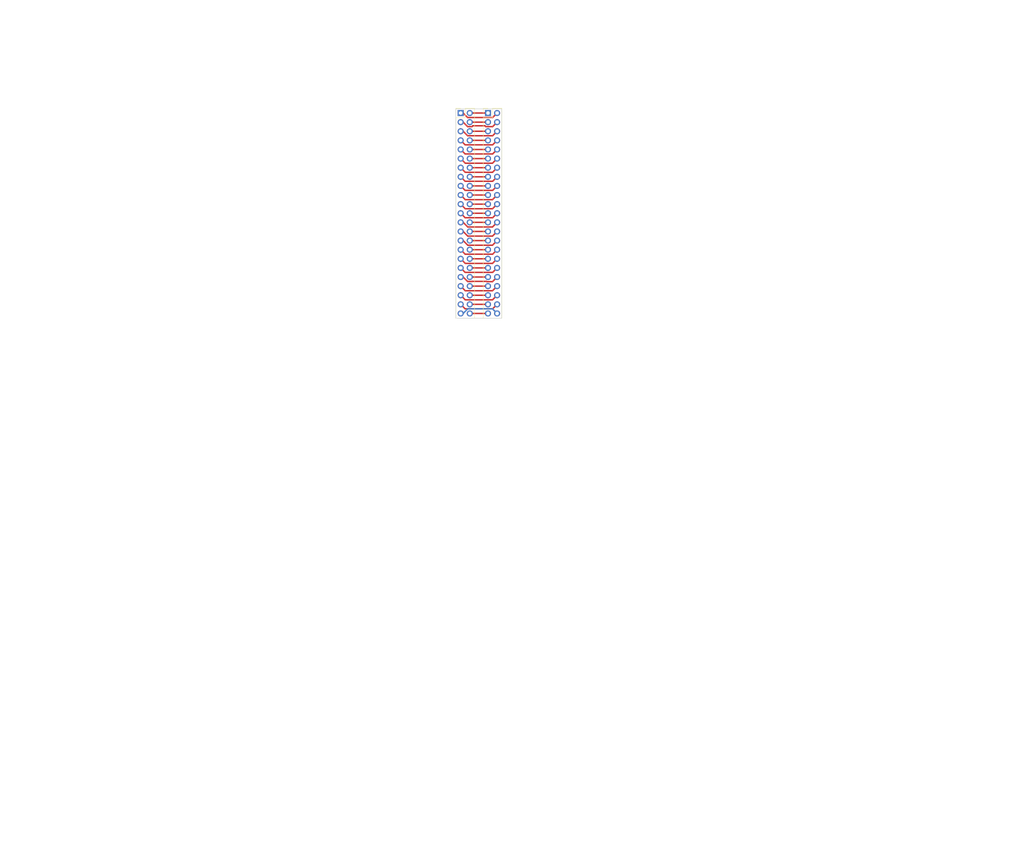
<source format=kicad_pcb>
(kicad_pcb (version 20221018) (generator pcbnew)
  (title_block (title "QBone Quad Height Flip Chip ") (date "2020-06-03") (rev "V1.0") (company "retrocmp.com") (comment 1 "Joerg Hoppe"))
  (layers (0 "F.Cu" signal) (31 "B.Cu" signal) (35 "F.Paste" user) (37 "F.SilkS" user "F.Silkscreen") (38 "B.Mask" user) (39 "F.Mask" user) (44 "Edge.Cuts" user))
  (net 0 "")
  (net 1 "/MIRROR_P8_46")
  (net 2 "/MIRROR_P8_45")
  (net 3 "/MIRROR_P8_44")
  (net 4 "/MIRROR_P8_43")
  (net 5 "/MIRROR_P8_42")
  (net 6 "/MIRROR_P8_41")
  (net 7 "/MIRROR_P8_40")
  (net 8 "/MIRROR_P8_39")
  (net 9 "/MIRROR_P8_38")
  (net 10 "/MIRROR_P8_37")
  (net 11 "/MIRROR_P8_36")
  (net 12 "/MIRROR_P8_35")
  (net 13 "/MIRROR_P8_34")
  (net 14 "/MIRROR_P8_33")
  (net 15 "/MIRROR_P8_32")
  (net 16 "/MIRROR_P8_31")
  (net 17 "/MIRROR_P8_30")
  (net 18 "/MIRROR_P8_29")
  (net 19 "/MIRROR_P8_28")
  (net 20 "/MIRROR_P8_27")
  (net 21 "/MIRROR_P8_26")
  (net 22 "/MIRROR_P8_25")
  (net 23 "/MIRROR_P8_24")
  (net 24 "/MIRROR_P8_23")
  (net 25 "/MIRROR_P8_22")
  (net 26 "/MIRROR_P8_21")
  (net 27 "/MIRROR_P8_20")
  (net 28 "/MIRROR_P8_19")
  (net 29 "/MIRROR_P8_18")
  (net 30 "/MIRROR_P8_17")
  (net 31 "/MIRROR_P8_16")
  (net 32 "/MIRROR_P8_15")
  (net 33 "/MIRROR_P8_14")
  (net 34 "/MIRROR_P8_13")
  (net 35 "/MIRROR_P8_12")
  (net 36 "/MIRROR_P8_11")
  (net 37 "/MIRROR_P8_10")
  (net 38 "/MIRROR_P8_9")
  (net 39 "/MIRROR_P8_8")
  (net 40 "/MIRROR_P8_7")
  (net 41 "/MIRROR_P8_6")
  (net 42 "/MIRROR_P8_5")
  (net 43 "/MIRROR_P8_4")
  (net 44 "/MIRROR_P8_3")
  (net 45 "/MIRROR_P8_2")
  (net 46 "/MIRROR_P8_1")
  (footprint "Connector_PinHeader_2.54mm:PinHeader_2x23_P2.54mm_Vertical" (layer "F.Cu") (at 140.97 64.389)
    (fp_text reference "J1" hide)
    (fp_text value "MIRROR-MALE-P8")
    (fp_line (start -1.33 -1.33) (end 0 -1.33) (stroke (width 0.12)) (layer "F.SilkS"))
    (fp_line (start -1.33 0) (end -1.33 -1.33) (stroke (width 0.12)) (layer "F.SilkS"))
    (fp_line (start -1.33 1.27) (end -1.33 57.21) (stroke (width 0.12)) (layer "F.SilkS"))
    (fp_line (start -1.33 1.27) (end 1.27 1.27) (stroke (width 0.12)) (layer "F.SilkS"))
    (fp_line (start -1.33 57.21) (end 3.87 57.21) (stroke (width 0.12)) (layer "F.SilkS"))
    (fp_line (start 1.27 -1.33) (end 3.87 -1.33) (stroke (width 0.12)) (layer "F.SilkS"))
    (fp_line (start 1.27 1.27) (end 1.27 -1.33) (stroke (width 0.12)) (layer "F.SilkS"))
    (fp_line (start 3.87 -1.33) (end 3.87 57.21) (stroke (width 0.12)) (layer "F.SilkS"))
    (pad "1" thru_hole rect (at 0 0) (size 1.7 1.7) (drill 1) (layers "*.Cu" "*.Mask") (net 46 "/MIRROR_P8_1"))
    (pad "2" thru_hole oval (at 2.54 0) (size 1.7 1.7) (drill 1) (layers "*.Cu" "*.Mask") (net 45 "/MIRROR_P8_2"))
    (pad "3" thru_hole oval (at 0 2.54) (size 1.7 1.7) (drill 1) (layers "*.Cu" "*.Mask") (net 44 "/MIRROR_P8_3"))
    (pad "4" thru_hole oval (at 2.54 2.54) (size 1.7 1.7) (drill 1) (layers "*.Cu" "*.Mask") (net 43 "/MIRROR_P8_4"))
    (pad "5" thru_hole oval (at 0 5.08) (size 1.7 1.7) (drill 1) (layers "*.Cu" "*.Mask") (net 42 "/MIRROR_P8_5"))
    (pad "6" thru_hole oval (at 2.54 5.08) (size 1.7 1.7) (drill 1) (layers "*.Cu" "*.Mask") (net 41 "/MIRROR_P8_6"))
    (pad "7" thru_hole oval (at 0 7.62) (size 1.7 1.7) (drill 1) (layers "*.Cu" "*.Mask") (net 40 "/MIRROR_P8_7"))
    (pad "8" thru_hole oval (at 2.54 7.62) (size 1.7 1.7) (drill 1) (layers "*.Cu" "*.Mask") (net 39 "/MIRROR_P8_8"))
    (pad "9" thru_hole oval (at 0 10.16) (size 1.7 1.7) (drill 1) (layers "*.Cu" "*.Mask") (net 38 "/MIRROR_P8_9"))
    (pad "10" thru_hole oval (at 2.54 10.16) (size 1.7 1.7) (drill 1) (layers "*.Cu" "*.Mask") (net 37 "/MIRROR_P8_10"))
    (pad "11" thru_hole oval (at 0 12.7) (size 1.7 1.7) (drill 1) (layers "*.Cu" "*.Mask") (net 36 "/MIRROR_P8_11"))
    (pad "12" thru_hole oval (at 2.54 12.7) (size 1.7 1.7) (drill 1) (layers "*.Cu" "*.Mask") (net 35 "/MIRROR_P8_12"))
    (pad "13" thru_hole oval (at 0 15.24) (size 1.7 1.7) (drill 1) (layers "*.Cu" "*.Mask") (net 34 "/MIRROR_P8_13"))
    (pad "14" thru_hole oval (at 2.54 15.24) (size 1.7 1.7) (drill 1) (layers "*.Cu" "*.Mask") (net 33 "/MIRROR_P8_14"))
    (pad "15" thru_hole oval (at 0 17.78) (size 1.7 1.7) (drill 1) (layers "*.Cu" "*.Mask") (net 32 "/MIRROR_P8_15"))
    (pad "16" thru_hole oval (at 2.54 17.78) (size 1.7 1.7) (drill 1) (layers "*.Cu" "*.Mask") (net 31 "/MIRROR_P8_16"))
    (pad "17" thru_hole oval (at 0 20.32) (size 1.7 1.7) (drill 1) (layers "*.Cu" "*.Mask") (net 30 "/MIRROR_P8_17"))
    (pad "18" thru_hole oval (at 2.54 20.32) (size 1.7 1.7) (drill 1) (layers "*.Cu" "*.Mask") (net 29 "/MIRROR_P8_18"))
    (pad "19" thru_hole oval (at 0 22.86) (size 1.7 1.7) (drill 1) (layers "*.Cu" "*.Mask") (net 28 "/MIRROR_P8_19"))
    (pad "20" thru_hole oval (at 2.54 22.86) (size 1.7 1.7) (drill 1) (layers "*.Cu" "*.Mask") (net 27 "/MIRROR_P8_20"))
    (pad "21" thru_hole oval (at 0 25.4) (size 1.7 1.7) (drill 1) (layers "*.Cu" "*.Mask") (net 26 "/MIRROR_P8_21"))
    (pad "22" thru_hole oval (at 2.54 25.4) (size 1.7 1.7) (drill 1) (layers "*.Cu" "*.Mask") (net 25 "/MIRROR_P8_22"))
    (pad "23" thru_hole oval (at 0 27.94) (size 1.7 1.7) (drill 1) (layers "*.Cu" "*.Mask") (net 24 "/MIRROR_P8_23"))
    (pad "24" thru_hole oval (at 2.54 27.94) (size 1.7 1.7) (drill 1) (layers "*.Cu" "*.Mask") (net 23 "/MIRROR_P8_24"))
    (pad "25" thru_hole oval (at 0 30.48) (size 1.7 1.7) (drill 1) (layers "*.Cu" "*.Mask") (net 22 "/MIRROR_P8_25"))
    (pad "26" thru_hole oval (at 2.54 30.48) (size 1.7 1.7) (drill 1) (layers "*.Cu" "*.Mask") (net 21 "/MIRROR_P8_26"))
    (pad "27" thru_hole oval (at 0 33.02) (size 1.7 1.7) (drill 1) (layers "*.Cu" "*.Mask") (net 20 "/MIRROR_P8_27"))
    (pad "28" thru_hole oval (at 2.54 33.02) (size 1.7 1.7) (drill 1) (layers "*.Cu" "*.Mask") (net 19 "/MIRROR_P8_28"))
    (pad "29" thru_hole oval (at 0 35.56) (size 1.7 1.7) (drill 1) (layers "*.Cu" "*.Mask") (net 18 "/MIRROR_P8_29"))
    (pad "30" thru_hole oval (at 2.54 35.56) (size 1.7 1.7) (drill 1) (layers "*.Cu" "*.Mask") (net 17 "/MIRROR_P8_30"))
    (pad "31" thru_hole oval (at 0 38.1) (size 1.7 1.7) (drill 1) (layers "*.Cu" "*.Mask") (net 16 "/MIRROR_P8_31"))
    (pad "32" thru_hole oval (at 2.54 38.1) (size 1.7 1.7) (drill 1) (layers "*.Cu" "*.Mask") (net 15 "/MIRROR_P8_32"))
    (pad "33" thru_hole oval (at 0 40.64) (size 1.7 1.7) (drill 1) (layers "*.Cu" "*.Mask") (net 14 "/MIRROR_P8_33"))
    (pad "34" thru_hole oval (at 2.54 40.64) (size 1.7 1.7) (drill 1) (layers "*.Cu" "*.Mask") (net 13 "/MIRROR_P8_34"))
    (pad "35" thru_hole oval (at 0 43.18) (size 1.7 1.7) (drill 1) (layers "*.Cu" "*.Mask") (net 12 "/MIRROR_P8_35"))
    (pad "36" thru_hole oval (at 2.54 43.18) (size 1.7 1.7) (drill 1) (layers "*.Cu" "*.Mask") (net 11 "/MIRROR_P8_36"))
    (pad "37" thru_hole oval (at 0 45.72) (size 1.7 1.7) (drill 1) (layers "*.Cu" "*.Mask") (net 10 "/MIRROR_P8_37"))
    (pad "38" thru_hole oval (at 2.54 45.72) (size 1.7 1.7) (drill 1) (layers "*.Cu" "*.Mask") (net 9 "/MIRROR_P8_38"))
    (pad "39" thru_hole oval (at 0 48.26) (size 1.7 1.7) (drill 1) (layers "*.Cu" "*.Mask") (net 8 "/MIRROR_P8_39"))
    (pad "40" thru_hole oval (at 2.54 48.26) (size 1.7 1.7) (drill 1) (layers "*.Cu" "*.Mask") (net 7 "/MIRROR_P8_40"))
    (pad "41" thru_hole oval (at 0 50.8) (size 1.7 1.7) (drill 1) (layers "*.Cu" "*.Mask") (net 6 "/MIRROR_P8_41"))
    (pad "42" thru_hole oval (at 2.54 50.8) (size 1.7 1.7) (drill 1) (layers "*.Cu" "*.Mask") (net 5 "/MIRROR_P8_42"))
    (pad "43" thru_hole oval (at 0 53.34) (size 1.7 1.7) (drill 1) (layers "*.Cu" "*.Mask") (net 4 "/MIRROR_P8_43"))
    (pad "44" thru_hole oval (at 2.54 53.34) (size 1.7 1.7) (drill 1) (layers "*.Cu" "*.Mask") (net 3 "/MIRROR_P8_44"))
    (pad "45" thru_hole oval (at 0 55.88) (size 1.7 1.7) (drill 1) (layers "*.Cu" "*.Mask") (net 2 "/MIRROR_P8_45"))
    (pad "46" thru_hole oval (at 2.54 55.88) (size 1.7 1.7) (drill 1) (layers "*.Cu" "*.Mask") (net 1 "/MIRROR_P8_46"))
  )
  (footprint "Connector_PinHeader_2.54mm:PinHeader_2x23_P2.54mm_Vertical" (layer "F.Cu") (at 148.59 64.389)
    (fp_text reference "J2" hide)
    (fp_text value "MIRROR-FEMALE-P8")
    (fp_line (start -1.33 -1.33) (end 0 -1.33) (stroke (width 0.12)) (layer "F.SilkS"))
    (fp_line (start -1.33 0) (end -1.33 -1.33) (stroke (width 0.12)) (layer "F.SilkS"))
    (fp_line (start -1.33 1.27) (end -1.33 57.21) (stroke (width 0.12)) (layer "F.SilkS"))
    (fp_line (start -1.33 1.27) (end 1.27 1.27) (stroke (width 0.12)) (layer "F.SilkS"))
    (fp_line (start -1.33 57.21) (end 3.87 57.21) (stroke (width 0.12)) (layer "F.SilkS"))
    (fp_line (start 1.27 -1.33) (end 3.87 -1.33) (stroke (width 0.12)) (layer "F.SilkS"))
    (fp_line (start 1.27 1.27) (end 1.27 -1.33) (stroke (width 0.12)) (layer "F.SilkS"))
    (fp_line (start 3.87 -1.33) (end 3.87 57.21) (stroke (width 0.12)) (layer "F.SilkS"))
    (pad "1" thru_hole rect (at 0 0) (size 1.7 1.7) (drill 1) (layers "*.Cu" "*.Mask") (net 45 "/MIRROR_P8_2"))
    (pad "2" thru_hole oval (at 2.54 0) (size 1.7 1.7) (drill 1) (layers "*.Cu" "*.Mask") (net 46 "/MIRROR_P8_1"))
    (pad "3" thru_hole oval (at 0 2.54) (size 1.7 1.7) (drill 1) (layers "*.Cu" "*.Mask") (net 43 "/MIRROR_P8_4"))
    (pad "4" thru_hole oval (at 2.54 2.54) (size 1.7 1.7) (drill 1) (layers "*.Cu" "*.Mask") (net 44 "/MIRROR_P8_3"))
    (pad "5" thru_hole oval (at 0 5.08) (size 1.7 1.7) (drill 1) (layers "*.Cu" "*.Mask") (net 41 "/MIRROR_P8_6"))
    (pad "6" thru_hole oval (at 2.54 5.08) (size 1.7 1.7) (drill 1) (layers "*.Cu" "*.Mask") (net 42 "/MIRROR_P8_5"))
    (pad "7" thru_hole oval (at 0 7.62) (size 1.7 1.7) (drill 1) (layers "*.Cu" "*.Mask") (net 39 "/MIRROR_P8_8"))
    (pad "8" thru_hole oval (at 2.54 7.62) (size 1.7 1.7) (drill 1) (layers "*.Cu" "*.Mask") (net 40 "/MIRROR_P8_7"))
    (pad "9" thru_hole oval (at 0 10.16) (size 1.7 1.7) (drill 1) (layers "*.Cu" "*.Mask") (net 37 "/MIRROR_P8_10"))
    (pad "10" thru_hole oval (at 2.54 10.16) (size 1.7 1.7) (drill 1) (layers "*.Cu" "*.Mask") (net 38 "/MIRROR_P8_9"))
    (pad "11" thru_hole oval (at 0 12.7) (size 1.7 1.7) (drill 1) (layers "*.Cu" "*.Mask") (net 35 "/MIRROR_P8_12"))
    (pad "12" thru_hole oval (at 2.54 12.7) (size 1.7 1.7) (drill 1) (layers "*.Cu" "*.Mask") (net 36 "/MIRROR_P8_11"))
    (pad "13" thru_hole oval (at 0 15.24) (size 1.7 1.7) (drill 1) (layers "*.Cu" "*.Mask") (net 33 "/MIRROR_P8_14"))
    (pad "14" thru_hole oval (at 2.54 15.24) (size 1.7 1.7) (drill 1) (layers "*.Cu" "*.Mask") (net 34 "/MIRROR_P8_13"))
    (pad "15" thru_hole oval (at 0 17.78) (size 1.7 1.7) (drill 1) (layers "*.Cu" "*.Mask") (net 31 "/MIRROR_P8_16"))
    (pad "16" thru_hole oval (at 2.54 17.78) (size 1.7 1.7) (drill 1) (layers "*.Cu" "*.Mask") (net 32 "/MIRROR_P8_15"))
    (pad "17" thru_hole oval (at 0 20.32) (size 1.7 1.7) (drill 1) (layers "*.Cu" "*.Mask") (net 29 "/MIRROR_P8_18"))
    (pad "18" thru_hole oval (at 2.54 20.32) (size 1.7 1.7) (drill 1) (layers "*.Cu" "*.Mask") (net 30 "/MIRROR_P8_17"))
    (pad "19" thru_hole oval (at 0 22.86) (size 1.7 1.7) (drill 1) (layers "*.Cu" "*.Mask") (net 27 "/MIRROR_P8_20"))
    (pad "20" thru_hole oval (at 2.54 22.86) (size 1.7 1.7) (drill 1) (layers "*.Cu" "*.Mask") (net 28 "/MIRROR_P8_19"))
    (pad "21" thru_hole oval (at 0 25.4) (size 1.7 1.7) (drill 1) (layers "*.Cu" "*.Mask") (net 25 "/MIRROR_P8_22"))
    (pad "22" thru_hole oval (at 2.54 25.4) (size 1.7 1.7) (drill 1) (layers "*.Cu" "*.Mask") (net 26 "/MIRROR_P8_21"))
    (pad "23" thru_hole oval (at 0 27.94) (size 1.7 1.7) (drill 1) (layers "*.Cu" "*.Mask") (net 23 "/MIRROR_P8_24"))
    (pad "24" thru_hole oval (at 2.54 27.94) (size 1.7 1.7) (drill 1) (layers "*.Cu" "*.Mask") (net 24 "/MIRROR_P8_23"))
    (pad "25" thru_hole oval (at 0 30.48) (size 1.7 1.7) (drill 1) (layers "*.Cu" "*.Mask") (net 21 "/MIRROR_P8_26"))
    (pad "26" thru_hole oval (at 2.54 30.48) (size 1.7 1.7) (drill 1) (layers "*.Cu" "*.Mask") (net 22 "/MIRROR_P8_25"))
    (pad "27" thru_hole oval (at 0 33.02) (size 1.7 1.7) (drill 1) (layers "*.Cu" "*.Mask") (net 19 "/MIRROR_P8_28"))
    (pad "28" thru_hole oval (at 2.54 33.02) (size 1.7 1.7) (drill 1) (layers "*.Cu" "*.Mask") (net 20 "/MIRROR_P8_27"))
    (pad "29" thru_hole oval (at 0 35.56) (size 1.7 1.7) (drill 1) (layers "*.Cu" "*.Mask") (net 17 "/MIRROR_P8_30"))
    (pad "30" thru_hole oval (at 2.54 35.56) (size 1.7 1.7) (drill 1) (layers "*.Cu" "*.Mask") (net 18 "/MIRROR_P8_29"))
    (pad "31" thru_hole oval (at 0 38.1) (size 1.7 1.7) (drill 1) (layers "*.Cu" "*.Mask") (net 15 "/MIRROR_P8_32"))
    (pad "32" thru_hole oval (at 2.54 38.1) (size 1.7 1.7) (drill 1) (layers "*.Cu" "*.Mask") (net 16 "/MIRROR_P8_31"))
    (pad "33" thru_hole oval (at 0 40.64) (size 1.7 1.7) (drill 1) (layers "*.Cu" "*.Mask") (net 13 "/MIRROR_P8_34"))
    (pad "34" thru_hole oval (at 2.54 40.64) (size 1.7 1.7) (drill 1) (layers "*.Cu" "*.Mask") (net 14 "/MIRROR_P8_33"))
    (pad "35" thru_hole oval (at 0 43.18) (size 1.7 1.7) (drill 1) (layers "*.Cu" "*.Mask") (net 11 "/MIRROR_P8_36"))
    (pad "36" thru_hole oval (at 2.54 43.18) (size 1.7 1.7) (drill 1) (layers "*.Cu" "*.Mask") (net 12 "/MIRROR_P8_35"))
    (pad "37" thru_hole oval (at 0 45.72) (size 1.7 1.7) (drill 1) (layers "*.Cu" "*.Mask") (net 9 "/MIRROR_P8_38"))
    (pad "38" thru_hole oval (at 2.54 45.72) (size 1.7 1.7) (drill 1) (layers "*.Cu" "*.Mask") (net 10 "/MIRROR_P8_37"))
    (pad "39" thru_hole oval (at 0 48.26) (size 1.7 1.7) (drill 1) (layers "*.Cu" "*.Mask") (net 7 "/MIRROR_P8_40"))
    (pad "40" thru_hole oval (at 2.54 48.26) (size 1.7 1.7) (drill 1) (layers "*.Cu" "*.Mask") (net 8 "/MIRROR_P8_39"))
    (pad "41" thru_hole oval (at 0 50.8) (size 1.7 1.7) (drill 1) (layers "*.Cu" "*.Mask") (net 5 "/MIRROR_P8_42"))
    (pad "42" thru_hole oval (at 2.54 50.8) (size 1.7 1.7) (drill 1) (layers "*.Cu" "*.Mask") (net 6 "/MIRROR_P8_41"))
    (pad "43" thru_hole oval (at 0 53.34) (size 1.7 1.7) (drill 1) (layers "*.Cu" "*.Mask") (net 3 "/MIRROR_P8_44"))
    (pad "44" thru_hole oval (at 2.54 53.34) (size 1.7 1.7) (drill 1) (layers "*.Cu" "*.Mask") (net 4 "/MIRROR_P8_43"))
    (pad "45" thru_hole oval (at 0 55.88) (size 1.7 1.7) (drill 1) (layers "*.Cu" "*.Mask") (net 1 "/MIRROR_P8_46"))
    (pad "46" thru_hole oval (at 2.54 55.88) (size 1.7 1.7) (drill 1) (layers "*.Cu" "*.Mask") (net 2 "/MIRROR_P8_45"))
  )
  (gr_line (start 139.608 63.23) (end 152.4 63.23) (stroke (width 0.1524)) (layer "Edge.Cuts"))
  (gr_line (start 152.4 63.23) (end 152.4 121.6) (stroke (width 0.1524)) (layer "Edge.Cuts"))
  (gr_line (start 152.4 121.6) (end 145.75 121.6) (stroke (width 0.1524)) (layer "Edge.Cuts"))
  (gr_line (start 139.608 63.23) (end 139.608 79.83) (stroke (width 0.1524)) (layer "Edge.Cuts"))
  (gr_line (start 139.608 79.83) (end 139.625 107.93) (stroke (width 0.1524)) (layer "Edge.Cuts"))
  (gr_line (start 145.75 121.6) (end 139.625 121.6) (stroke (width 0.1524)) (layer "Edge.Cuts"))
  (gr_line (start 139.625 107.93) (end 139.625 121.6) (stroke (width 0.1524)) (layer "Edge.Cuts"))
  (segment (start 144.712081 120.269) (end 148.59 120.269) (width 0.4) (layer "F.Cu") (net 1))
  (segment (start 143.51 120.269) (end 144.712081 120.269) (width 0.4) (layer "F.Cu") (net 1))
  (segment (start 150.280001 119.419001) (end 151.13 120.269) (width 0.4) (layer "B.Cu") (net 2))
  (segment (start 141.659998 120.269) (end 142.949997 118.979001) (width 0.4) (layer "B.Cu") (net 2))
  (segment (start 140.97 120.269) (end 141.659998 120.269) (width 0.4) (layer "B.Cu") (net 2))
  (segment (start 149.840001 118.979001) (end 150.280001 119.419001) (width 0.4) (layer "B.Cu") (net 2))
  (segment (start 142.949997 118.979001) (end 149.840001 118.979001) (width 0.4) (layer "B.Cu") (net 2))
  (segment (start 144.712081 117.729) (end 148.59 117.729) (width 0.4) (layer "F.Cu") (net 3))
  (segment (start 143.51 117.729) (end 144.712081 117.729) (width 0.4) (layer "F.Cu") (net 3))
  (segment (start 149.879999 118.979001) (end 150.280001 118.578999) (width 0.4) (layer "F.Cu") (net 4))
  (segment (start 140.97 117.729) (end 142.220001 118.979001) (width 0.4) (layer "F.Cu") (net 4))
  (segment (start 142.220001 118.979001) (end 149.879999 118.979001) (width 0.4) (layer "F.Cu") (net 4))
  (segment (start 150.280001 118.578999) (end 151.13 117.729) (width 0.4) (layer "F.Cu") (net 4))
  (segment (start 143.51 115.189) (end 144.712081 115.189) (width 0.4) (layer "F.Cu") (net 5))
  (segment (start 144.712081 115.189) (end 148.59 115.189) (width 0.4) (layer "F.Cu") (net 5))
  (segment (start 150.280001 116.038999) (end 151.13 115.189) (width 0.4) (layer "F.Cu") (net 6))
  (segment (start 142.259999 116.478999) (end 149.840001 116.478999) (width 0.4) (layer "F.Cu") (net 6))
  (segment (start 140.97 115.189) (end 142.259999 116.478999) (width 0.4) (layer "F.Cu") (net 6))
  (segment (start 149.840001 116.478999) (end 150.280001 116.038999) (width 0.4) (layer "F.Cu") (net 6))
  (segment (start 143.51 112.649) (end 144.712081 112.649) (width 0.4) (layer "F.Cu") (net 7))
  (segment (start 144.712081 112.649) (end 148.59 112.649) (width 0.4) (layer "F.Cu") (net 7))
  (segment (start 142.259999 113.938999) (end 149.840001 113.938999) (width 0.4) (layer "F.Cu") (net 8))
  (segment (start 140.97 112.649) (end 142.259999 113.938999) (width 0.4) (layer "F.Cu") (net 8))
  (segment (start 149.840001 113.938999) (end 150.280001 113.498999) (width 0.4) (layer "F.Cu") (net 8))
  (segment (start 150.280001 113.498999) (end 151.13 112.649) (width 0.4) (layer "F.Cu") (net 8))
  (segment (start 144.712081 110.109) (end 148.59 110.109) (width 0.4) (layer "F.Cu") (net 9))
  (segment (start 143.51 110.109) (end 144.712081 110.109) (width 0.4) (layer "F.Cu") (net 9))
  (segment (start 148.154002 111.324002) (end 148.228999 111.398999) (width 0.4) (layer "F.Cu") (net 10))
  (segment (start 140.97 110.109) (end 141.659998 110.109) (width 0.4) (layer "F.Cu") (net 10))
  (segment (start 149.840001 111.398999) (end 150.280001 110.958999) (width 0.4) (layer "F.Cu") (net 10))
  (segment (start 148.228999 111.398999) (end 149.840001 111.398999) (width 0.4) (layer "F.Cu") (net 10))
  (segment (start 144.145 111.324002) (end 148.154002 111.324002) (width 0.4) (layer "F.Cu") (net 10))
  (segment (start 142.909999 111.359001) (end 144.110001 111.359001) (width 0.4) (layer "F.Cu") (net 10))
  (segment (start 150.280001 110.958999) (end 151.13 110.109) (width 0.4) (layer "F.Cu") (net 10))
  (segment (start 144.110001 111.359001) (end 144.145 111.324002) (width 0.4) (layer "F.Cu") (net 10))
  (segment (start 141.659998 110.109) (end 142.909999 111.359001) (width 0.4) (layer "F.Cu") (net 10))
  (segment (start 143.51 107.569) (end 144.712081 107.569) (width 0.4) (layer "F.Cu") (net 11))
  (segment (start 144.712081 107.569) (end 148.59 107.569) (width 0.4) (layer "F.Cu") (net 11))
  (segment (start 149.879999 108.819001) (end 150.280001 108.418999) (width 0.4) (layer "F.Cu") (net 12))
  (segment (start 142.220001 108.819001) (end 149.879999 108.819001) (width 0.4) (layer "F.Cu") (net 12))
  (segment (start 150.280001 108.418999) (end 151.13 107.569) (width 0.4) (layer "F.Cu") (net 12))
  (segment (start 140.97 107.569) (end 142.220001 108.819001) (width 0.4) (layer "F.Cu") (net 12))
  (segment (start 144.712081 105.029) (end 148.59 105.029) (width 0.4) (layer "F.Cu") (net 13))
  (segment (start 143.51 105.029) (end 144.712081 105.029) (width 0.4) (layer "F.Cu") (net 13))
  (segment (start 149.840001 106.318999) (end 150.280001 105.878999) (width 0.4) (layer "F.Cu") (net 14))
  (segment (start 140.97 105.029) (end 142.259999 106.318999) (width 0.4) (layer "F.Cu") (net 14))
  (segment (start 142.259999 106.318999) (end 149.840001 106.318999) (width 0.4) (layer "F.Cu") (net 14))
  (segment (start 150.280001 105.878999) (end 151.13 105.029) (width 0.4) (layer "F.Cu") (net 14))
  (segment (start 144.712081 102.489) (end 148.59 102.489) (width 0.4) (layer "F.Cu") (net 15))
  (segment (start 143.51 102.489) (end 144.712081 102.489) (width 0.4) (layer "F.Cu") (net 15))
  (segment (start 142.220001 103.739001) (end 149.879999 103.739001) (width 0.4) (layer "F.Cu") (net 16))
  (segment (start 140.97 102.489) (end 142.220001 103.739001) (width 0.4) (layer "F.Cu") (net 16))
  (segment (start 149.879999 103.739001) (end 151.13 102.489) (width 0.4) (layer "F.Cu") (net 16))
  (segment (start 143.51 99.949) (end 144.712081 99.949) (width 0.4) (layer "F.Cu") (net 17))
  (segment (start 144.712081 99.949) (end 148.59 99.949) (width 0.4) (layer "F.Cu") (net 17))
  (segment (start 142.949997 101.238999) (end 149.840001 101.238999) (width 0.4) (layer "F.Cu") (net 18))
  (segment (start 150.280001 100.798999) (end 151.13 99.949) (width 0.4) (layer "F.Cu") (net 18))
  (segment (start 140.97 99.949) (end 141.659998 99.949) (width 0.4) (layer "F.Cu") (net 18))
  (segment (start 141.659998 99.949) (end 142.949997 101.238999) (width 0.4) (layer "F.Cu") (net 18))
  (segment (start 149.840001 101.238999) (end 150.280001 100.798999) (width 0.4) (layer "F.Cu") (net 18))
  (segment (start 143.51 97.409) (end 144.712081 97.409) (width 0.4) (layer "F.Cu") (net 19))
  (segment (start 144.712081 97.409) (end 148.59 97.409) (width 0.4) (layer "F.Cu") (net 19))
  (segment (start 141.659998 97.409) (end 142.949997 98.698999) (width 0.4) (layer "F.Cu") (net 20))
  (segment (start 150.280001 98.258999) (end 151.13 97.409) (width 0.4) (layer "F.Cu") (net 20))
  (segment (start 142.949997 98.698999) (end 149.840001 98.698999) (width 0.4) (layer "F.Cu") (net 20))
  (segment (start 149.840001 98.698999) (end 150.280001 98.258999) (width 0.4) (layer "F.Cu") (net 20))
  (segment (start 140.97 97.409) (end 141.659998 97.409) (width 0.4) (layer "F.Cu") (net 20))
  (segment (start 144.712081 94.869) (end 148.59 94.869) (width 0.4) (layer "F.Cu") (net 21))
  (segment (start 143.51 94.869) (end 144.712081 94.869) (width 0.4) (layer "F.Cu") (net 21))
  (segment (start 149.840001 96.158999) (end 150.280001 95.718999) (width 0.4) (layer "F.Cu") (net 22))
  (segment (start 140.97 94.869) (end 141.659998 94.869) (width 0.4) (layer "F.Cu") (net 22))
  (segment (start 150.280001 95.718999) (end 151.13 94.869) (width 0.4) (layer "F.Cu") (net 22))
  (segment (start 141.659998 94.869) (end 142.949997 96.158999) (width 0.4) (layer "F.Cu") (net 22))
  (segment (start 142.949997 96.158999) (end 149.840001 96.158999) (width 0.4) (layer "F.Cu") (net 22))
  (segment (start 144.712081 92.329) (end 148.59 92.329) (width 0.4) (layer "F.Cu") (net 23))
  (segment (start 143.51 92.329) (end 144.712081 92.329) (width 0.4) (layer "F.Cu") (net 23))
  (segment (start 150.280001 93.178999) (end 151.13 92.329) (width 0.4) (layer "F.Cu") (net 24))
  (segment (start 149.879999 93.579001) (end 150.280001 93.178999) (width 0.4) (layer "F.Cu") (net 24))
  (segment (start 140.97 92.329) (end 142.220001 93.579001) (width 0.4) (layer "F.Cu") (net 24))
  (segment (start 142.220001 93.579001) (end 149.879999 93.579001) (width 0.4) (layer "F.Cu") (net 24))
  (segment (start 143.51 89.789) (end 148.59 89.789) (width 0.4) (layer "F.Cu") (net 25))
  (segment (start 142.259999 91.078999) (end 149.840001 91.078999) (width 0.4) (layer "F.Cu") (net 26))
  (segment (start 149.840001 91.078999) (end 150.280001 90.638999) (width 0.4) (layer "F.Cu") (net 26))
  (segment (start 140.97 89.789) (end 142.259999 91.078999) (width 0.4) (layer "F.Cu") (net 26))
  (segment (start 150.280001 90.638999) (end 151.13 89.789) (width 0.4) (layer "F.Cu") (net 26))
  (segment (start 143.51 87.249) (end 144.712081 87.249) (width 0.4) (layer "F.Cu") (net 27))
  (segment (start 144.712081 87.249) (end 148.59 87.249) (width 0.4) (layer "F.Cu") (net 27))
  (segment (start 150.280001 88.098999) (end 151.13 87.249) (width 0.4) (layer "F.Cu") (net 28))
  (segment (start 149.840001 88.538999) (end 150.280001 88.098999) (width 0.4) (layer "F.Cu") (net 28))
  (segment (start 140.97 87.249) (end 142.259999 88.538999) (width 0.4) (layer "F.Cu") (net 28))
  (segment (start 142.259999 88.538999) (end 149.840001 88.538999) (width 0.4) (layer "F.Cu") (net 28))
  (segment (start 143.51 84.709) (end 148.59 84.709) (width 0.4) (layer "F.Cu") (net 29))
  (segment (start 149.879999 85.959001) (end 151.13 84.709) (width 0.4) (layer "F.Cu") (net 30))
  (segment (start 142.220001 85.959001) (end 149.879999 85.959001) (width 0.4) (layer "F.Cu") (net 30))
  (segment (start 140.97 84.709) (end 142.220001 85.959001) (width 0.4) (layer "F.Cu") (net 30))
  (segment (start 143.51 82.169) (end 148.59 82.169) (width 0.4) (layer "F.Cu") (net 31))
  (segment (start 142.220001 83.419001) (end 149.879999 83.419001) (width 0.4) (layer "F.Cu") (net 32))
  (segment (start 150.280001 83.018999) (end 151.13 82.169) (width 0.4) (layer "F.Cu") (net 32))
  (segment (start 149.879999 83.419001) (end 150.280001 83.018999) (width 0.4) (layer "F.Cu") (net 32))
  (segment (start 140.97 82.169) (end 142.220001 83.419001) (width 0.4) (layer "F.Cu") (net 32))
  (segment (start 144.712081 79.629) (end 148.59 79.629) (width 0.4) (layer "F.Cu") (net 33))
  (segment (start 143.51 79.629) (end 144.712081 79.629) (width 0.4) (layer "F.Cu") (net 33))
  (segment (start 149.840001 80.918999) (end 150.280001 80.478999) (width 0.4) (layer "F.Cu") (net 34))
  (segment (start 140.97 79.629) (end 142.259999 80.918999) (width 0.4) (layer "F.Cu") (net 34))
  (segment (start 150.280001 80.478999) (end 151.13 79.629) (width 0.4) (layer "F.Cu") (net 34))
  (segment (start 142.259999 80.918999) (end 149.840001 80.918999) (width 0.4) (layer "F.Cu") (net 34))
  (segment (start 144.712081 77.089) (end 148.59 77.089) (width 0.4) (layer "F.Cu") (net 35))
  (segment (start 143.51 77.089) (end 144.712081 77.089) (width 0.4) (layer "F.Cu") (net 35))
  (segment (start 142.259999 78.378999) (end 149.840001 78.378999) (width 0.4) (layer "F.Cu") (net 36))
  (segment (start 140.97 77.089) (end 142.259999 78.378999) (width 0.4) (layer "F.Cu") (net 36))
  (segment (start 149.840001 78.378999) (end 150.280001 77.938999) (width 0.4) (layer "F.Cu") (net 36))
  (segment (start 150.280001 77.938999) (end 151.13 77.089) (width 0.4) (layer "F.Cu") (net 36))
  (segment (start 143.51 74.549) (end 144.712081 74.549) (width 0.4) (layer "F.Cu") (net 37))
  (segment (start 144.712081 74.549) (end 148.59 74.549) (width 0.4) (layer "F.Cu") (net 37))
  (segment (start 150.280001 75.398999) (end 151.13 74.549) (width 0.4) (layer "F.Cu") (net 38))
  (segment (start 149.879999 75.799001) (end 150.280001 75.398999) (width 0.4) (layer "F.Cu") (net 38))
  (segment (start 142.220001 75.799001) (end 149.879999 75.799001) (width 0.4) (layer "F.Cu") (net 38))
  (segment (start 140.97 74.549) (end 142.220001 75.799001) (width 0.4) (layer "F.Cu") (net 38))
  (segment (start 143.51 72.009) (end 148.59 72.009) (width 0.4) (layer "F.Cu") (net 39))
  (segment (start 142.220001 73.259001) (end 149.879999 73.259001) (width 0.4) (layer "F.Cu") (net 40))
  (segment (start 140.97 72.009) (end 142.220001 73.259001) (width 0.4) (layer "F.Cu") (net 40))
  (segment (start 150.280001 72.858999) (end 151.13 72.009) (width 0.4) (layer "F.Cu") (net 40))
  (segment (start 149.879999 73.259001) (end 150.280001 72.858999) (width 0.4) (layer "F.Cu") (net 40))
  (segment (start 143.51 69.469) (end 148.59 69.469) (width 0.4) (layer "F.Cu") (net 41))
  (segment (start 141.659998 69.469) (end 142.909999 70.719001) (width 0.4) (layer "F.Cu") (net 42))
  (segment (start 150.280001 70.318999) (end 151.13 69.469) (width 0.4) (layer "F.Cu") (net 42))
  (segment (start 140.97 69.469) (end 141.659998 69.469) (width 0.4) (layer "F.Cu") (net 42))
  (segment (start 142.909999 70.719001) (end 149.879999 70.719001) (width 0.4) (layer "F.Cu") (net 42))
  (segment (start 149.879999 70.719001) (end 150.280001 70.318999) (width 0.4) (layer "F.Cu") (net 42))
  (segment (start 143.51 66.929) (end 144.712081 66.929) (width 0.4) (layer "F.Cu") (net 43))
  (segment (start 144.712081 66.929) (end 148.59 66.929) (width 0.4) (layer "F.Cu") (net 43))
  (segment (start 141.659998 66.929) (end 142.909999 68.179001) (width 0.4) (layer "F.Cu") (net 44))
  (segment (start 144.344002 67.945) (end 147.755998 67.945) (width 0.4) (layer "F.Cu") (net 44))
  (segment (start 149.879999 68.179001) (end 150.280001 67.778999) (width 0.4) (layer "F.Cu") (net 44))
  (segment (start 140.97 66.929) (end 141.659998 66.929) (width 0.4) (layer "F.Cu") (net 44))
  (segment (start 147.989999 68.179001) (end 149.879999 68.179001) (width 0.4) (layer "F.Cu") (net 44))
  (segment (start 144.110001 68.179001) (end 144.344002 67.945) (width 0.4) (layer "F.Cu") (net 44))
  (segment (start 150.280001 67.778999) (end 151.13 66.929) (width 0.4) (layer "F.Cu") (net 44))
  (segment (start 142.909999 68.179001) (end 144.110001 68.179001) (width 0.4) (layer "F.Cu") (net 44))
  (segment (start 147.755998 67.945) (end 147.989999 68.179001) (width 0.4) (layer "F.Cu") (net 44))
  (segment (start 143.51 64.389) (end 144.712081 64.389) (width 0.4) (layer "F.Cu") (net 45))
  (segment (start 144.712081 64.389) (end 148.59 64.389) (width 0.4) (layer "F.Cu") (net 45))
  (segment (start 142.909999 65.639001) (end 149.879999 65.639001) (width 0.4) (layer "F.Cu") (net 46))
  (segment (start 149.879999 65.639001) (end 150.280001 65.238999) (width 0.4) (layer "F.Cu") (net 46))
  (segment (start 150.280001 65.238999) (end 151.13 64.389) (width 0.4) (layer "F.Cu") (net 46))
  (segment (start 141.659998 64.389) (end 142.909999 65.639001) (width 0.4) (layer "F.Cu") (net 46))
  (segment (start 140.97 64.389) (end 141.659998 64.389) (width 0.4) (layer "F.Cu") (net 46))
)
</source>
